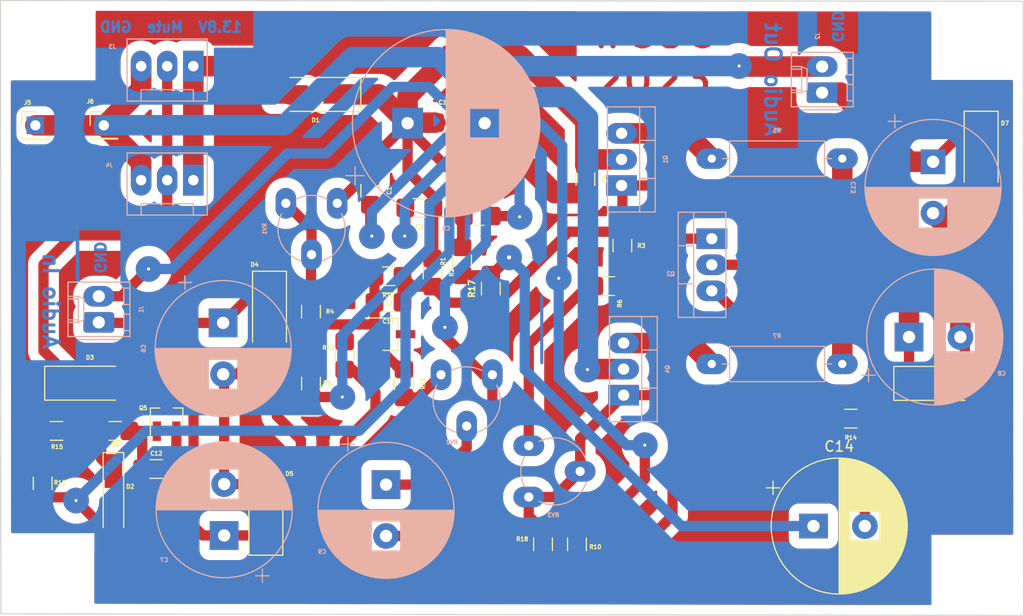
<source format=kicad_pcb>
(kicad_pcb (version 20211014) (generator pcbnew)
  (layers (0 "F.Cu" signal) (31 "B.Cu" signal) (34 "B.Paste" user) (35 "F.Paste" user) (36 "B.SilkS" user "B.Silkscreen") (37 "F.SilkS" user "F.Silkscreen") (38 "B.Mask" user) (39 "F.Mask" user) (44 "Edge.Cuts" user))
  (net 0 "")
  (net 1 "Net-(C1-Pad1)")
  (net 2 "GNDREF")
  (net 3 "Net-(C6-Pad2)")
  (net 4 "Net-(C6-Pad1)")
  (net 5 "Net-(C8-Pad1)")
  (net 6 "Net-(C9-Pad1)")
  (net 7 "/Mute_High")
  (net 8 "Net-(D2-Pad1)")
  (net 9 "/13.8V")
  (net 10 "Net-(Q1-Pad3)")
  (net 11 "Net-(Q2-Pad3)")
  (net 12 "Net-(Q2-Pad1)")
  (net 13 "Net-(Q3-Pad2)")
  (net 14 "Net-(R4-Pad1)")
  (net 15 "Net-(Q4-Pad3)")
  (net 16 "Net-(C11-Pad2)")
  (net 17 "Net-(C11-Pad1)")
  (net 18 "Net-(R13-Pad1)")
  (net 19 "Net-(C12-Pad1)")
  (net 20 "Net-(R16-Pad2)")
  (net 21 "Net-(C13-Pad2)")
  (net 22 "Net-(C13-Pad1)")
  (net 23 "Net-(R6-Pad2)")
  (net 24 "Net-(C14-Pad1)")
  (net 25 "Net-(R10-Pad2)")
  (footprint "WC8C:SMD_Combo_1206_0805" (layer "F.Cu") (at 116.284 74.9876 180)
    (fp_text reference "C11")
    (fp_text value "100p Optional Miller Cap")
  )
  (footprint "WC8C:SMD_Combo_1206_0805" (layer "F.Cu") (at 116.284 72.4476 180)
    (fp_text reference "R12")
    (fp_text value "Optional Feedback Resistor")
  )
  (footprint "WC8C:SMD_Combo_1206_0805" (layer "F.Cu") (at 112.0168 80.1692 90)
    (fp_text reference "R13")
    (fp_text value "Optional Feedback Resistor")
  )
  (footprint "WC8C:SMD_Combo_1206_0805" (layer "F.Cu") (at 161.2674 86.316 180)
    (fp_text reference "R14")
    (fp_text value "Optional Feedback Resistor")
  )
  (footprint "WC8C:SMD_Combo_1206_0805" (layer "F.Cu") (at 114.506 64.1164 -90)
    (fp_text reference "C1")
    (fp_text value ".1u")
  )
  (footprint "WC8C:SMD_Combo_1206_0805" (layer "F.Cu") (at 119.2812 65.7928 180)
    (fp_text reference "C2")
    (fp_text value ".1u")
  )
  (footprint "WC8C:SMD_Combo_1206_0805" (layer "F.Cu") (at 124.9708 66.5802)
    (fp_text reference "C3")
    (fp_text value ".1u")
  )
  (footprint "WC8C:SMD_Combo_1206_0805" (layer "F.Cu") (at 135.44 62.99 -90)
    (fp_text reference "C4")
    (fp_text value ".1u")
  )
  (footprint "Diode_SMD:D_SMA_Handsoldering" (layer "F.Cu") (at 109.19 54.74 180)
    (fp_text reference "D1")
    (fp_text value "SS34")
  )
  (footprint "Diode_SMD:D_MiniMELF_Handsoldering" (layer "F.Cu") (at 89.5124 94.1646 -90)
    (fp_text reference "D2")
    (fp_text value "6.2V")
  )
  (footprint "Package_TO_SOT_SMD:SOT-23_Handsoldering" (layer "F.Cu") (at 116.44 78.09)
    (fp_text reference "Q3")
    (fp_text value "MMBT3904")
  )
  (footprint "Package_TO_SOT_SMD:SOT-23_Handsoldering" (layer "F.Cu") (at 94.69 86.04 90)
    (fp_text reference "Q5")
    (fp_text value "AO3400A")
  )
  (footprint "WC8C:SMD_Combo_1206_0805" (layer "F.Cu") (at 123.44 70.99 90)
    (fp_text reference "R1")
    (fp_text value "4K7")
  )
  (footprint "WC8C:SMD_Combo_1206_0805" (layer "F.Cu") (at 120.5766 72.092 -90)
    (fp_text reference "R2")
    (fp_text value "1K")
  )
  (footprint "WC8C:SMD_Combo_1206_0805" (layer "F.Cu") (at 139.04 69.47 -90)
    (fp_text reference "R3")
    (fp_text value "10K")
  )
  (footprint "WC8C:SMD_Combo_1206_0805" (layer "F.Cu") (at 108.74 75.89 -90)
    (fp_text reference "R4")
    (fp_text value "4K7")
  )
  (footprint "WC8C:SMD_Combo_1206_0805" (layer "F.Cu") (at 108.74 82.89 -90)
    (fp_text reference "R8")
    (fp_text value "1K5")
  )
  (footprint "WC8C:SMD_Combo_1206_0805" (layer "F.Cu") (at 89.6902 87.5098 180)
    (fp_text reference "R9")
    (fp_text value "470R")
  )
  (footprint "WC8C:SMD_Combo_1206_0805" (layer "F.Cu") (at 134.62 98.552 -90)
    (fp_text reference "R10")
    (fp_text value "4K7")
  )
  (footprint "WC8C:SMD_Combo_1206_0805" (layer "F.Cu") (at 122.19 57.49)
    (fp_text reference "C10")
    (fp_text value "22u")
  )
  (footprint "WC8C:SMD_Combo_1206_0805" (layer "F.Cu") (at 93.678 91.2182)
    (fp_text reference "C12")
    (fp_text value "10u")
  )
  (footprint "Diode_SMD:D_SMA_Handsoldering" (layer "F.Cu") (at 87.2264 82.8616)
    (fp_text reference "D3")
    (fp_text value "SS14 Optional Un-Mute Speedup")
  )
  (footprint "WC8C:SMD_Combo_1206_0805" (layer "F.Cu") (at 83.9752 87.5098 180)
    (fp_text reference "R15")
    (fp_text value "3K3")
  )
  (footprint "WC8C:SMD_Combo_1206_0805" (layer "F.Cu") (at 117.7826 82.887 -90)
    (fp_text reference "R16")
    (fp_text value "0R")
  )
  (footprint "WC8C:SMD_Combo_1206_0805" (layer "F.Cu") (at 82.629 92.6152 -90)
    (fp_text reference "R11")
    (fp_text value "10K")
  )
  (footprint "Diode_SMD:D_SMA_Handsoldering" (layer "F.Cu") (at 104.7 76.36 -90)
    (fp_text reference "D4")
    (fp_text value "SS14")
  )
  (footprint "Diode_SMD:D_SMA_Handsoldering" (layer "F.Cu") (at 104.35 95.21 90)
    (fp_text reference "D5")
    (fp_text value "SS14")
  )
  (footprint "Diode_SMD:D_SMA_Handsoldering" (layer "F.Cu") (at 169.86 82.88)
    (fp_text reference "D6")
    (fp_text value "SS14")
  )
  (footprint "Diode_SMD:D_SMA_Handsoldering" (layer "F.Cu") (at 173.95 60.78 -90)
    (fp_text reference "D7")
    (fp_text value "SS14")
  )
  (footprint "WC8C:SMD_Combo_1206_0805" (layer "F.Cu") (at 137.668 73.406 180)
    (fp_text reference "R6")
    (fp_text value "0R")
  )
  (footprint "Connector_PinHeader_2.54mm:PinHeader_1x01_P2.54mm_Vertical" (layer "F.Cu") (at 81.92 57.75)
    (fp_text reference "J5")
    (fp_text value "GND TP")
  )
  (footprint "Connector_PinHeader_2.54mm:PinHeader_1x01_P2.54mm_Vertical" (layer "F.Cu") (at 88.58 57.75)
    (fp_text reference "J6")
    (fp_text value "GND TP")
  )
  (footprint "Capacitor_THT:CP_Radial_D13.0mm_P5.00mm" (layer "F.Cu") (at 157.63557 96.774)
    (fp_text reference "C14")
    (fp_text value "470u")
  )
  (footprint "WC8C:SMD_Combo_1206_0805" (layer "F.Cu") (at 126.238 73.66 90)
    (fp_text reference "R17")
    (fp_text value "4K7")
  )
  (footprint "WC8C:SMD_Combo_1206_0805" (layer "F.Cu") (at 131.318 98.552 90)
    (fp_text reference "R18")
    (fp_text value "4K7")
  )
  (footprint "Capacitor_THT:CP_Radial_D18.0mm_P7.50mm" (layer "B.Cu") (at 118.14 57.54)
    (fp_text reference "C5")
    (fp_text value "1000u")
  )
  (footprint "Capacitor_THT:CP_Radial_D13.0mm_P5.00mm" (layer "B.Cu") (at 100.19 76.99 -90)
    (fp_text reference "C6")
    (fp_text value "330u")
  )
  (footprint "Capacitor_THT:CP_Radial_D13.0mm_P5.00mm" (layer "B.Cu") (at 100.29 97.69 90)
    (fp_text reference "C7")
    (fp_text value "330u")
  )
  (footprint "Capacitor_THT:CP_Radial_D13.0mm_P5.00mm" (layer "B.Cu") (at 166.9316 78.3658)
    (fp_text reference "C8")
    (fp_text value "1000u")
  )
  (footprint "Capacitor_THT:CP_Radial_D13.0mm_P5.00mm" (layer "B.Cu") (at 116.04 92.74 -90)
    (fp_text reference "C9")
    (fp_text value "330u")
  )
  (footprint "Connector_Molex:Molex_KK-254_AE-6410-02A_1x02_P2.54mm_Vertical" (layer "B.Cu") (at 88.09 76.94 90)
    (fp_text reference "J1")
    (fp_text value "Audio In")
  )
  (footprint "Connector:FanPinHeader_1x03_P2.54mm_Vertical" (layer "B.Cu") (at 97.29 51.99 180)
    (fp_text reference "J3")
    (fp_text value "Power & Mute")
  )
  (footprint "Connector:FanPinHeader_1x03_P2.54mm_Vertical" (layer "B.Cu") (at 97.29 63.09 180)
    (fp_text reference "J4")
    (fp_text value "Power & Mute")
  )
  (footprint "Package_TO_SOT_THT:TO-220-3_Vertical" (layer "B.Cu") (at 138.96 63.61 90)
    (fp_text reference "Q1")
    (fp_text value "TIP120")
  )
  (footprint "Package_TO_SOT_THT:TO-220-3_Vertical" (layer "B.Cu") (at 147.74 68.79 -90)
    (fp_text reference "Q2")
    (fp_text value "TIP120")
  )
  (footprint "Package_TO_SOT_THT:TO-220-3_Vertical" (layer "B.Cu") (at 139.16 84.03 90)
    (fp_text reference "Q4")
    (fp_text value "TIP125")
  )
  (footprint "Resistor_THT:R_Axial_DIN0309_L9.0mm_D3.2mm_P12.70mm_Horizontal" (layer "B.Cu") (at 160.44 60.99 180)
    (fp_text reference "R5")
    (fp_text value "0R62")
  )
  (footprint "Resistor_THT:R_Axial_DIN0309_L9.0mm_D3.2mm_P12.70mm_Horizontal" (layer "B.Cu") (at 160.44 80.99 180)
    (fp_text reference "R7")
    (fp_text value "0R62")
  )
  (footprint "Potentiometer_THT:Potentiometer_Piher_PT-6-V_Vertical" (layer "B.Cu") (at 111.29 65.34 -90)
    (fp_text reference "RV1")
    (fp_text value "20K")
  )
  (footprint "Potentiometer_THT:Potentiometer_Piher_PT-6-V_Vertical" (layer "B.Cu") (at 126.39 82.04 -90)
    (fp_text reference "RV2")
    (fp_text value "100R")
  )
  (footprint "Potentiometer_THT:Potentiometer_Piher_PT-6-V_Vertical" (layer "B.Cu") (at 129.93 88.95)
    (fp_text reference "RV3")
    (fp_text value "20K")
  )
  (footprint "Connector_Molex:Molex_KK-254_AE-6410-02A_1x02_P2.54mm_Vertical" (layer "B.Cu") (at 158.4734 54.566 90)
    (fp_text reference "J2")
    (fp_text value "Audio Out")
  )
  (footprint "Capacitor_THT:CP_Radial_D13.0mm_P5.00mm" (layer "B.Cu") (at 169.2684 61.297 -90)
    (fp_text reference "C13")
    (fp_text value "1000u")
  )
  (gr_poly (pts (xy 178.07585 105.4762) (xy 78.565 105.3238) (xy 78.5269 45.5942) (xy 178.03775 45.6674)) (layer "Edge.Cuts") (width 0.1) (fill none))
  (gr_text "WC8C\n2023" (at 141.986 51.054) (layer "F.Cu") (effects (font (size 3 3) (thickness 0.5))))
  (gr_text "GND" (at 159.972 48.1144 -90) (layer "B.Cu") (effects (font (size 1 1) (thickness 0.25)) (justify mirror)))
  (gr_text "Audio In" (at 83.4164 74.8352 -90) (layer "B.Cu") (effects (font (size 1.5 1.5) (thickness 0.3)) (justify mirror)))
  (gr_text "GND" (at 88.1916 70.6188 -90) (layer "B.Cu") (effects (font (size 1 1) (thickness 0.25)) (justify mirror)))
  (gr_text "Audio Out" (at 153.6728 53.296 270) (layer "B.Cu") (effects (font (size 1.5 1.5) (thickness 0.3)) (justify mirror)))
  (gr_text "13.8V  Mute  GND" (at 95.1004 48.1906) (layer "B.Cu") (effects (font (size 1 1) (thickness 0.25)) (justify mirror)))
  (segment (start 111.69 54.74) (end 115.34 54.74) (width 2) (layer "F.Cu") (net 1))
  (segment (start 135.44 57.339) (end 129.0602 50.9592) (width 2) (layer "F.Cu") (net 1))
  (segment (start 114.506 61.174) (end 118.14 57.54) (width 1) (layer "F.Cu") (net 1))
  (segment (start 118.14 62.2132) (end 118.14 57.54) (width 1) (layer "F.Cu") (net 1))
  (segment (start 120.6437 64.7169) (end 118.14 62.2132) (width 1) (layer "F.Cu") (net 1))
  (segment (start 120.6437 70.6624) (end 120.5766 70.7295) (width 1) (layer "F.Cu") (net 1))
  (segment (start 118.14 54.9452) (end 118.14 57.54) (width 2) (layer "F.Cu") (net 1))
  (segment (start 120.8275 57.49) (end 118.19 57.49) (width 2) (layer "F.Cu") (net 1))
  (segment (start 125.281089 50.9592) (end 125.230289 50.9084) (width 2) (layer "F.Cu") (net 1))
  (segment (start 111.29 65.34) (end 111.6025 65.34) (width 1) (layer "F.Cu") (net 1))
  (segment (start 120.6437 65.7928) (end 120.6437 64.7169) (width 1) (layer "F.Cu") (net 1))
  (segment (start 118.19 57.49) (end 118.14 57.54) (width 2) (layer "F.Cu") (net 1))
  (segment (start 138.96 61.07) (end 135.9975 61.07) (width 2) (layer "F.Cu") (net 1))
  (segment (start 114.506 62.7539) (end 113.8761 62.7539) (width 1) (layer "F.Cu") (net 1))
  (segment (start 122.1768 50.9084) (end 118.14 54.9452) (width 2) (layer "F.Cu") (net 1))
  (segment (start 123.6083 66.5802) (end 123.6083 63.4651) (width 1) (layer "F.Cu") (net 1))
  (segment (start 123.44 66.7485) (end 123.6083 66.5802) (width 1) (layer "F.Cu") (net 1))
  (segment (start 115.34 54.74) (end 118.14 57.54) (width 2) (layer "F.Cu") (net 1))
  (segment (start 118.14 57.9968) (end 118.14 57.54) (width 1) (layer "F.Cu") (net 1))
  (segment (start 125.230289 50.9084) (end 122.1768 50.9084) (width 2) (layer "F.Cu") (net 1))
  (segment (start 123.6083 63.4651) (end 118.14 57.9968) (width 1) (layer "F.Cu") (net 1))
  (segment (start 118.14 57.54) (end 118.14 57.29) (width 2) (layer "F.Cu") (net 1))
  (segment (start 120.6437 65.7928) (end 120.6437 70.6624) (width 1) (layer "F.Cu") (net 1))
  (segment (start 135.9975 61.07) (end 135.44 61.6275) (width 2) (layer "F.Cu") (net 1))
  (segment (start 118.14 58.4286) (end 118.14 57.54) (width 1) (layer "F.Cu") (net 1))
  (segment (start 135.44 61.6275) (end 135.44 57.339) (width 2) (layer "F.Cu") (net 1))
  (segment (start 113.8761 62.7539) (end 111.29 65.34) (width 1) (layer "F.Cu") (net 1))
  (segment (start 118.0366 57.6434) (end 118.14 57.54) (width 1) (layer "F.Cu") (net 1))
  (segment (start 114.506 62.7539) (end 114.506 61.174) (width 1) (layer "F.Cu") (net 1))
  (segment (start 123.44 69.6275) (end 123.44 66.7485) (width 1) (layer "F.Cu") (net 1))
  (segment (start 129.0602 50.9592) (end 125.281089 50.9592) (width 2) (layer "F.Cu") (net 1))
  (segment (start 136.2365 97.1895) (end 134.62 97.1895) (width 1) (layer "F.Cu") (net 2))
  (segment (start 90.7756 96.9146) (end 89.5124 96.9146) (width 1) (layer "F.Cu") (net 2))
  (segment (start 88.58 57.75) (end 81.92 57.75) (width 2) (layer "F.Cu") (net 2))
  (segment (start 114.506 65.4789) (end 114.506 68.3836) (width 1) (layer "F.Cu") (net 2))
  (segment (start 90.28 74.4) (end 92.94 71.74) (width 1) (layer "F.Cu") (net 2))
  (segment (start 95.64 90.6187) (end 95.0405 91.2182) (width 1) (layer "F.Cu") (net 2))
  (segment (start 95.0405 92.6497) (end 90.7756 96.9146) (width 1) (layer "F.Cu") (net 2))
  (segment (start 88.09 74.4) (end 90.28 74.4) (width 1) (layer "F.Cu") (net 2))
  (segment (start 139.16 81.49) (end 135.69 81.49) (width 2) (layer "F.Cu") (net 2))
  (segment (start 108.7847 84.2078) (end 108.74 84.2525) (width 1) (layer "F.Cu") (net 2))
  (segment (start 95.0405 91.2182) (end 95.0405 92.6497) (width 1) (layer "F.Cu") (net 2))
  (segment (start 117.9187 68.4761) (end 117.8588 68.536) (width 1) (layer "F.Cu") (net 2))
  (segment (start 88.68 57.75) (end 92.21 54.22) (width 2) (layer "F.Cu") (net 2))
  (segment (start 123.5525 57.49) (end 125.59 57.49) (width 2) (layer "F.Cu") (net 2))
  (segment (start 88.58 57.75) (end 88.68 57.75) (width 2) (layer "F.Cu") (net 2))
  (segment (start 114.506 68.3836) (end 114.6584 68.536) (width 1) (layer "F.Cu") (net 2))
  (segment (start 128.9586 66.5802) (end 129.0348 66.6564) (width 1) (layer "F.Cu") (net 2))
  (segment (start 158.4734 52.026) (end 150.447 52.026) (width 2) (layer "F.Cu") (net 2))
  (segment (start 132.4525 64.3525) (end 132.34 64.24) (width 2) (layer "F.Cu") (net 2))
  (segment (start 92.09 61.26) (end 88.58 57.75) (width 2) (layer "F.Cu") (net 2))
  (segment (start 88.5032 96.9146) (end 85.8802 94.2916) (width 1) (layer "F.Cu") (net 2))
  (segment (start 121.7704 78.2896) (end 121.7704 77.426) (width 1) (layer "F.Cu") (net 2))
  (segment (start 92.21 61.26) (end 92.09 61.26) (width 2) (layer "F.Cu") (net 2))
  (segment (start 126.39 82.04) (end 126.39 95.0568) (width 1) (layer "F.Cu") (net 2))
  (segment (start 82.9429 94.2916) (end 82.629 93.9777) (width 1) (layer "F.Cu") (net 2))
  (segment (start 126.39 95.0568) (end 123.7068 97.74) (width 1) (layer "F.Cu") (net 2))
  (segment (start 117.9187 65.7928) (end 117.9187 68.4761) (width 1) (layer "F.Cu") (net 2))
  (segment (start 125.59 57.49) (end 125.64 57.54) (width 2) (layer "F.Cu") (net 2))
  (segment (start 135.44 64.3525) (end 132.4525 64.3525) (width 2) (layer "F.Cu") (net 2))
  (segment (start 126.3333 66.5802) (end 128.9586 66.5802) (width 1) (layer "F.Cu") (net 2))
  (segment (start 132.34 64.24) (end 125.64 57.54) (width 2) (layer "F.Cu") (net 2))
  (segment (start 95.64 87.54) (end 95.64 90.6187) (width 1) (layer "F.Cu") (net 2))
  (segment (start 89.5124 96.9146) (end 88.5032 96.9146) (width 1) (layer "F.Cu") (net 2))
  (segment (start 92.21 51.99) (end 92.21 54.22) (width 2) (layer "F.Cu") (net 2))
  (segment (start 85.5663 93.9777) (end 85.8802 94.2916) (width 1) (layer "F.Cu") (net 2))
  (segment (start 150.447 52.026) (end 150.3962 51.9752) (width 2) (layer "F.Cu") (net 2))
  (segment (start 126.39 82.04) (end 125.5208 82.04) (width 1) (layer "F.Cu") (net 2))
  (segment (start 92.21 63.09) (end 92.21 61.26) (width 2) (layer "F.Cu") (net 2))
  (segment (start 125.5208 82.04) (end 121.7704 78.2896) (width 1) (layer "F.Cu") (net 2))
  (segment (start 123.7068 97.74) (end 116.04 97.74) (width 1) (layer "F.Cu") (net 2))
  (segment (start 82.629 93.9777) (end 85.5663 93.9777) (width 1) (layer "F.Cu") (net 2))
  (segment (start 141.224 88.9) (end 141.224 92.202) (width 1) (layer "F.Cu") (net 2))
  (segment (start 141.224 92.202) (end 136.2365 97.1895) (width 1) (layer "F.Cu") (net 2))
  (segment (start 111.7882 84.2078) (end 108.7847 84.2078) (width 1) (layer "F.Cu") (net 2))
  (via (at 117.8588 68.536) (size 2.5) (drill 0.3) (layers "F.Cu" "B.Cu") (net 2))
  (via (at 121.7704 77.426) (size 2.5) (drill 0.3) (layers "F.Cu" "B.Cu") (net 2))
  (via (at 85.8802 94.2916) (size 2.5) (drill 0.3) (layers "F.Cu" "B.Cu") (net 2))
  (via (at 132.842 72.644) (size 2.5) (drill 0.3) (layers "F.Cu" "B.Cu") (net 2))
  (via (at 92.94 71.74) (size 2.5) (drill 0.3) (layers "F.Cu" "B.Cu") (net 2))
  (via (at 141.224 88.9) (size 2.5) (drill 0.3) (layers "F.Cu" "B.Cu") (net 2))
  (via (at 114.6584 68.536) (size 2.5) (drill 0.3) (layers "F.Cu" "B.Cu") (net 2))
  (via (at 150.3962 51.9752) (size 2.5) (drill 0.3) (layers "F.Cu" "B.Cu") (net 2))
  (via (at 111.7882 84.2078) (size 2.5) (drill 0.3) (layers "F.Cu" "B.Cu") (net 2))
  (via (at 129.0348 66.6564) (size 2.5) (drill 0.3) (layers "F.Cu" "B.Cu") (net 2))
  (via (at 135.636 81.534) (size 2.5) (drill 0.3) (layers "F.Cu" "B.Cu") (net 2))
  (segment (start 125.0956 57.54) (end 125.64 57.54) (width 1) (layer "B.Cu") (net 2))
  (segment (start 114.6584 68.536) (end 114.6584 66.1484) (width 1) (layer "B.Cu") (net 2))
  (segment (start 135.69 56.99) (end 133.69 54.99) (width 2) (layer "B.Cu") (net 2))
  (segment (start 150.3962 51.9752) (end 146.4548 51.9752) (width 2) (layer "B.Cu") (net 2))
  (segment (start 133.69 54.99) (end 128.19 54.99) (width 2) (layer "B.Cu") (net 2))
  (segment (start 125.64 62.609) (end 125.64 57.54) (width 1) (layer "B.Cu") (net 2))
  (segment (start 120.2718 69.7044) (end 120.2718 65.488) (width 1) (layer "B.Cu") (net 2))
  (segment (start 95.19 71.74) (end 106.44 60.49) (width 1) (layer "B.Cu") (net 2))
  (segment (start 146.44 51.99) (end 127.94 51.99) (width 2) (layer "B.Cu") (net 2))
  (segment (start 128.19 54.99) (end 125.64 57.54) (width 2) (layer "B.Cu") (net 2))
  (segment (start 122.2022 66.0468) (end 125.64 62.609) (width 1) (layer "B.Cu") (net 2))
  (segment (start 125.64 60.1198) (end 125.64 57.54) (width 1) (layer "B.Cu") (net 2))
  (segment (start 106.1504 57.74) (end 88.59 57.74) (width 2) (layer "B.Cu") (net 2))
  (segment (start 150.447 52.026) (end 150.3962 51.9752) (width 2) (layer "B.Cu") (net 2))
  (segment (start 133.19 59.74) (end 133.19 72.296) (width 1) (layer "B.Cu") (net 2))
  (segment (start 113.44 87.49) (end 117.94 82.99) (width 1) (layer "B.Cu") (net 2))
  (segment (start 114.6584 68.536) (end 114.6584 67.9772) (width 1) (layer "B.Cu") (net 2))
  (segment (start 125.7582 69.2472) (end 125.7582 65.361) (width 1) (layer "B.Cu") (net 2))
  (segment (start 120.221 54.0072) (end 123.7538 57.54) (width 1) (layer "B.Cu") (net 2))
  (segment (start 125.0326 58.1474) (end 125.64 57.54) (width 1) (layer "B.Cu") (net 2))
  (segment (start 121.7704 77.426) (end 121.7704 73.235) (width 1) (layer "B.Cu") (net 2))
  (segment (start 92.6818 87.49) (end 113.44 87.49) (width 1) (layer "B.Cu") (net 2))
  (segment (start 106.44 60.49) (end 110.2076 60.49) (width 1) (layer "B.Cu") (net 2))
  (segment (start 127.4092 61.4494) (end 125.64 59.6802) (width 1) (layer "B.Cu") (net 2))
  (segment (start 132.842 72.644) (end 133.19 72.296) (width 1) (layer "B.Cu") (net 2))
  (segment (start 125.64 57.54) (end 127.19 59.09) (width 1) (layer "B.Cu") (net 2))
  (segment (start 125.64 59.54) (end 125.64 57.54) (width 1) (layer "B.Cu") (net 2))
  (segment (start 120.2718 65.488) (end 125.64 60.1198) (width 1) (layer "B.Cu") (net 2))
  (segment (start 146.4548 51.9752) (end 146.44 51.99) (width 2) (layer "B.Cu") (net 2))
  (segment (start 125.64 54.29) (end 125.64 57.54) (width 2) (layer "B.Cu") (net 2))
  (segment (start 127.94 51.99) (end 125.64 54.29) (width 2) (layer "B.Cu") (net 2))
  (segment (start 106.1504 57.74) (end 112.7788 51.1116) (width 2) (layer "B.Cu") (net 2))
  (segment (start 123.7538 57.54) (end 125.64 57.54) (width 1) (layer "B.Cu") (net 2))
  (segment (start 125.64 57.5798) (end 117.8588 65.361) (width 1) (layer "B.Cu") (net 2))
  (segment (start 117.8588 65.361) (end 117.8588 68.536) (width 1) (layer "B.Cu") (net 2))
  (segment (start 129.0348 59.7222) (end 126.8526 57.54) (width 1) (layer "B.Cu") (net 2))
  (segment (start 110.2076 60.49) (end 116.6904 54.0072) (width 1) (layer "B.Cu") (net 2))
  (segment (start 125.69 57.49) (end 125.64 57.54) (width 1) (layer "B.Cu") (net 2))
  (segment (start 127.4092 63.71) (end 127.4092 61.4494) (width 1) (layer "B.Cu") (net 2))
  (segment (start 135.69 81.49) (end 135.69 56.99) (width 2) (layer "B.Cu") (net 2))
  (segment (start 85.8802 94.2916) (end 92.6818 87.49) (width 1) (layer "B.Cu") (net 2))
  (segment (start 117.94 82.99) (end 117.94 74.4238) (width 1) (layer "B.Cu") (net 2))
  (segment (start 130.99 57.54) (end 133.19 59.74) (width 1) (layer "B.Cu") (net 2))
  (segment (start 123.2668 57.54) (end 125.64 57.54) (width 1) (layer "B.Cu") (net 2))
  (segment (start 122.2022 70.1616) (end 122.2022 66.0468) (width 1) (layer "B.Cu") (net 2))
  (segment (start 114.6584 66.1484) (end 123.2668 57.54) (width 1) (layer "B.Cu") (net 2))
  (segment (start 126.44 58.34) (end 125.64 57.54) (width 1) (layer "B.Cu") (net 2))
  (segment (start 124.94 58.24) (end 125.64 57.54) (width 1) (layer "B.Cu") (net 2))
  (segment (start 124.64 57.54) (end 125.64 57.54) (width 1) (layer "B.Cu") (net 2))
  (segment (start 123.777 59.403) (end 125.64 57.54) (width 1) (layer "B.Cu") (net 2))
  (segment (start 139.446 88.9) (end 132.842 82.296) (width 1) (layer "B.Cu") (net 2))
  (segment (start 127.2822 59.1822) (end 125.64 57.54) (width 1) (layer "B.Cu") (net 2))
  (segment (start 125.64 57.54) (end 130.99 57.54) (width 1) (layer "B.Cu") (net 2))
  (segment (start 88.59 57.74) (end 88.58 57.75) (width 2) (layer "B.Cu") (net 2))
  (segment (start 124.19 58.99) (end 125.64 57.54) (width 1) (layer "B.Cu") (net 2))
  (segment (start 126.8526 57.54) (end 125.64 57.54) (width 1) (layer "B.Cu") (net 2))
  (segment (start 117.94 74.4238) (end 122.2022 70.1616) (width 1) (layer "B.Cu") (net 2))
  (segment (start 111.7882 78.188) (end 120.2718 69.7044) (width 1) (layer "B.Cu") (net 2))
  (segment (start 125.64 59.6802) (end 125.64 57.54) (width 1) (layer "B.Cu") (net 2))
  (segment (start 121.11 51.1116) (end 125.64 55.6416) (width 2) (layer "B.Cu") (net 2))
  (segment (start 125.64 57.54) (end 125.64 57.5798) (width 1) (layer "B.Cu") (net 2))
  (segment (start 125.7582 65.361) (end 127.4092 63.71) (width 1) (layer "B.Cu") (net 2))
  (segment (start 111.7882 84.2078) (end 111.7882 78.188) (width 1) (layer "B.Cu") (net 2))
  (segment (start 129.0348 66.6564) (end 129.0348 59.7222) (width 1) (layer "B.Cu") (net 2))
  (segment (start 121.7704 73.235) (end 125.7582 69.2472) (width 1) (layer "B.Cu") (net 2))
  (segment (start 132.842 82.296) (end 132.842 72.644) (width 1) (layer "B.Cu") (net 2))
  (segment (start 112.7788 51.1116) (end 121.11 51.1116) (width 2) (layer "B.Cu") (net 2))
  (segment (start 92.94 71.74) (end 95.19 71.74) (width 1) (layer "B.Cu") (net 2))
  (segment (start 124.14 57.54) (end 125.64 57.54) (width 1) (layer "B.Cu") (net 2))
  (segment (start 125.64 55.6416) (end 125.64 57.54) (width 2) (layer "B.Cu") (net 2))
  (segment (start 116.6904 54.0072) (end 120.221 54.0072) (width 1) (layer "B.Cu") (net 2))
  (segment (start 141.224 88.9) (end 139.446 88.9) (width 1) (layer "B.Cu") (net 2))
  (segment (start 104.33 92.69) (end 104.35 92.71) (width 1) (layer "F.Cu") (net 3))
  (segment (start 100.31 92.71) (end 100.29 92.69) (width 1) (layer "F.Cu") (net 3))
  (segment (start 100.29 92.69) (end 104.33 92.69) (width 1) (layer "F.Cu") (net 3))
  (segment (start 100.29 82.09) (end 100.19 81.99) (width 1) (layer "F.Cu") (net 3))
  (segment (start 100.19 81.99) (end 101.57 81.99) (width 1) (layer "F.Cu") (net 3))
  (segment (start 101.57 81.99) (end 104.7 78.86) (width 1) (layer "F.Cu") (net 3))
  (segment (start 100.29 92.69) (end 100.29 82.09) (width 1) (layer "F.Cu") (net 3))
  (segment (start 104.7 73.86) (end 103.32 73.86) (width 1) (layer "F.Cu") (net 4))
  (segment (start 100.19 76.99) (end 88.14 76.99) (width 1) (layer "F.Cu") (net 4))
  (segment (start 88.14 76.99) (end 88.09 76.94) (width 1) (layer "F.Cu") (net 4))
  (segment (start 103.32 73.86) (end 100.19 76.99) (width 1) (layer "F.Cu") (net 4))
  (segment (start 100.21 76.97) (end 100.19 76.99) (width 1) (layer "F.Cu") (net 4))
  (segment (start 165.41 72.25) (end 164.14 70.98) (width 2) (layer "F.Cu") (net 5))
  (segment (start 162.63557 86.32167) (end 162.63557 96.774) (width 1) (layer "F.Cu") (net 5))
  (segment (start 166.9316 78.3658) (end 166.9316 82.4516) (width 1) (layer "F.Cu") (net 5))
  (segment (start 160.44 70.99) (end 160.45 70.98) (width 2) (layer "F.Cu") (net 5))
  (segment (start 166.9316 78.3658) (end 166.9316 78.1118) (width 2) (layer "F.Cu") (net 5))
  (segment (start 165.41 72.85) (end 163.63 74.63) (width 1) (layer "F.Cu") (net 5))
  (segment (start 165.41 72.25) (end 165.41 72.85) (width 1) (layer "F.Cu") (net 5))
  (segment (start 164.14 70.98) (end 160.45 70.98) (width 2) (layer "F.Cu") (net 5))
  (segment (start 166.9316 73.7716) (end 165.41 72.25) (width 2) (layer "F.Cu") (net 5))
  (segment (start 166.9316 82.4516) (end 167.36 82.88) (width 1) (layer "F.Cu") (net 5))
  (segment (start 160.44 70.99) (end 160.44 60.99) (width 2) (layer "F.Cu") (net 5))
  (segment (start 163.63 85.3159) (end 162.6299 86.316) (width 1) (layer "F.Cu") (net 5))
  (segment (start 162.6299 86.316) (end 162.63557 86.32167) (width 1) (layer "F.Cu") (net 5))
  (segment (start 163.63 74.63) (end 163.63 85.3159) (width 1) (layer "F.Cu") (net 5))
  (segment (start 166.9316 78.3658) (end 166.9316 73.7716) (width 2) (layer "F.Cu") (net 5))
  (segment (start 160.44 80.99) (end 160.44 70.99) (width 2) (layer "F.Cu") (net 5))
  (segment (start 123.89 89.1748) (end 123.89 87.04) (width 1) (layer "F.Cu") (net 6))
  (segment (start 120.3248 92.74) (end 123.89 89.1748) (width 1) (layer "F.Cu") (net 6))
  (segment (start 116.04 92.74) (end 120.3248 92.74) (width 1) (layer "F.Cu") (net 6))
  (segment (start 82.629 91.2527) (end 82.629 87.5261) (width 1) (layer "F.Cu") (net 7))
  (segment (start 94.75 66.46) (end 94.75 63.09) (width 1) (layer "F.Cu") (net 7))
  (segment (start 84.7264 82.8616) (end 84.7264 81.7264) (width 1) (layer "F.Cu") (net 7))
  (segment (start 94.75 51.99) (end 94.75 63.09) (width 1) (layer "F.Cu") (net 7))
  (segment (start 82.629 87.5261) (end 82.6127 87.5098) (width 1) (layer "F.Cu") (net 7))
  (segment (start 92.74 68.47) (end 94.75 66.46) (width 1) (layer "F.Cu") (net 7))
  (segment (start 82.6127 84.9753) (end 84.7264 82.8616) (width 1) (layer "F.Cu") (net 7))
  (segment (start 82.71 71.31) (end 85.55 68.47) (width 1) (layer "F.Cu") (net 7))
  (segment (start 82.71 79.71) (end 82.71 71.31) (width 1) (layer "F.Cu") (net 7))
  (segment (start 84.7264 81.7264) (end 82.71 79.71) (width 1) (layer "F.Cu") (net 7))
  (segment (start 85.55 68.47) (end 92.74 68.47) (width 1) (layer "F.Cu") (net 7))
  (segment (start 82.6127 87.5098) (end 82.6127 84.9753) (width 1) (layer "F.Cu") (net 7))
  (segment (start 88.3277 90.2299) (end 89.5124 91.4146) (width 1) (layer "F.Cu") (net 8))
  (segment (start 88.3277 87.5098) (end 88.3277 90.2299) (width 1) (layer "F.Cu") (net 8))
  (segment (start 88.3277 84.2603) (end 89.7264 82.8616) (width 1) (layer "F.Cu") (net 8))
  (segment (start 85.3377 87.5098) (end 88.3277 87.5098) (width 1) (layer "F.Cu") (net 8))
  (segment (start 88.3277 87.5098) (end 88.3277 84.2603) (width 1) (layer "F.Cu") (net 8))
  (segment (start 97.29 63.09) (end 97.29 51.99) (width 2) (layer "F.Cu") (net 9))
  (segment (start 103.94 51.99) (end 106.69 54.74) (width 2) (layer "F.Cu") (net 9))
  (segment (start 97.29 51.99) (end 103.94 51.99) (width 2) (layer "F.Cu") (net 9))
  (segment (start 138.96 58.53) (end 145.28 58.53) (width 2) (layer "F.Cu") (net 10))
  (segment (start 145.28 58.53) (end 147.74 60.99) (width 2) (layer "F.Cu") (net 10))
  (segment (start 129.93 93.95) (end 132.43 93.95) (width 1) (layer "F.Cu") (net 11))
  (segment (start 147.74 73.87) (end 148.0086 73.87) (width 1) (layer "F.Cu") (net 11))
  (segment (start 134.93 88.26) (end 139.16 84.03) (width 1) (layer "F.Cu") (net 11))
  (segment (start 130 94.02) (end 129.93 93.95) (width 1) (layer "F.Cu") (net 11))
  (segment (start 129.93 95.8015) (end 131.318 97.1895) (width 1) (layer "F.Cu") (net 11))
  (segment (start 151.6662 77.5276) (end 151.6662 82.125) (width 1) (layer "F.Cu") (net 11))
  (segment (start 129.93 93.95) (end 129.93 95.8015) (width 1) (layer "F.Cu") (net 11))
  (segment (start 151.6662 82.125) (end 149.7612 84.03) (width 1) (layer "F.Cu") (net 11))
  (segment (start 134.93 91.45) (end 134.93 88.26) (width 1) (layer "F.Cu") (net 11))
  (segment (start 132.43 93.95) (end 134.93 91.45) (width 1) (layer "F.Cu") (net 11))
  (segment (start 149.7612 84.03) (end 139.16 84.03) (width 1) (layer "F.Cu") (net 11))
  (segment (start 148.0086 73.87) (end 151.6662 77.5276) (width 1) (layer "F.Cu") (net 11))
  (segment (start 142.1375 70.8325) (end 144.18 68.79) (width 1) (layer "F.Cu") (net 12))
  (segment (start 139.04 70.8325) (end 139.04 73.3965) (width 1) (layer "F.Cu") (net 12))
  (segment (start 144.18 68.79) (end 147.74 68.79) (width 1) (layer "F.Cu") (net 12))
  (segment (start 139.04 73.3965) (end 139.0305 73.406) (width 1) (layer "F.Cu") (net 12))
  (segment (start 139.04 70.8325) (end 142.1375 70.8325) (width 1) (layer "F.Cu") (net 12))
  (segment (start 117.4245 81.5245) (end 114.94 79.04) (width 1) (layer "F.Cu") (net 13))
  (segment (start 117.7826 81.5245) (end 117.4245 81.5245) (width 1) (layer "F.Cu") (net 13))
  (segment (start 106.29 65.34) (end 108.79 67.84) (width 1) (layer "F.Cu") (net 14))
  (segment (start 108.79 67.84) (end 108.79 70.34) (width 1) (layer "F.Cu") (net 14))
  (segment (start 108.74 74.5275) (end 108.74 70.39) (width 1) (layer "F.Cu") (net 14))
  (segment (start 108.74 70.39) (end 108.79 70.34) (width 1) (layer "F.Cu") (net 14))
  (segment (start 145.7 78.95) (end 147.74 80.99) (width 2) (layer "F.Cu") (net 15))
  (segment (start 139.16 78.95) (end 145.7 78.95) (width 2) (layer "F.Cu") (net 15))
  (segment (start 105.42 86.06) (end 105.42 83.28) (width 1) (layer "F.Cu") (net 16))
  (segment (start 114.9215 77.1215) (end 114.94 77.14) (width 1) (layer "F.Cu") (net 16))
  (segment (start 97.3102 85.0206) (end 97.3102 96.7808) (width 1) (layer "F.Cu") (net 16))
  (segment (start 107.1725 81.5275) (end 108.74 81.5275) (width 1) (layer "F.Cu") (net 16))
  (segment (start 108.8525 77.14) (end 108.74 77.2525) (width 1) (layer "F.Cu") (net 16))
  (segment (start 96.8296 84.54) (end 97.3102 85.0206) (width 1) (layer "F.Cu") (net 16))
  (segment (start 105.97 97.71) (end 107.76 95.92) (width 1) (layer "F.Cu") (net 16))
  (segment (start 94.69 84.54) (end 96.8296 84.54) (width 1) (layer "F.Cu") (net 16))
  (segment (start 112.0168 78.8067) (end 112.0168 77.5276) (width 1) (layer "F.Cu") (net 16))
  (segment (start 107.76 88.4) (end 105.42 86.06) (width 1) (layer "F.Cu") (net 16))
  (segment (start 114.9215 72.4476) (end 114.9215 74.9876) (width 1) (layer "F.Cu") (net 16))
  (segment (start 100.29 97.69) (end 104.33 97.69) (width 1) (layer "F.Cu") (net 16))
  (segment (start 114.9215 74.9876) (end 114.9215 77.1215) (width 1) (layer "F.Cu") (net 16))
  (segment (start 104.33 97.69) (end 104.35 97.71) (width 1) (layer "F.Cu") (net 16))
  (segment (start 98.2194 97.69) (end 100.29 97.69) (width 1) (layer "F.Cu") (net 16))
  (segment (start 112.0168 77.5276) (end 112.4044 77.14) (width 1) (layer "F.Cu") (net 16))
  (segment (start 105.42 83.28) (end 107.1725 81.5275) (width 1) (layer "F.Cu") (net 16))
  (segment (start 114.94 77.14) (end 112.4044 77.14) (width 1) (layer "F.Cu") (net 16))
  (segment (start 108.74 81.5275) (end 108.74 77.2525) (width 1) (layer "F.Cu") (net 16))
  (segment (start 107.76 95.92) (end 107.76 88.4) (width 1) (layer "F.Cu") (net 16))
  (segment (start 97.3102 96.7808) (end 98.2194 97.69) (width 1) (layer "F.Cu") (net 16))
  (segment (start 104.35 97.71) (end 105.97 97.71) (width 1) (layer "F.Cu") (net 16))
  (segment (start 112.4044 77.14) (end 108.8525 77.14) (width 1) (layer "F.Cu") (net 16))
  (segment (start 139.04 63.69) (end 138.96 63.61) (width 1) (layer "F.Cu") (net 17))
  (segment (start 133.8225 68.1075) (end 139.04 68.1075) (width 1) (layer "F.Cu") (net 17))
  (segment (start 147.8832 63.61) (end 138.96 63.61) (width 1) (layer "F.Cu") (net 17))
  (segment (start 126.9075 75.0225) (end 133.8225 68.1075) (width 1) (layer "F.Cu") (net 17))
  (segment (start 126.238 75.0225) (end 126.9075 75.0225) (width 1) (layer "F.Cu") (net 17))
  (segment (start 122.1446 75.0225) (end 120.5766 73.4545) (width 1) (layer "F.Cu") (net 17))
  (segment (start 117.94 75.2811) (end 117.6465 74.9876) (width 1) (layer "F.Cu") (net 17))
  (segment (start 120.5766 73.4545) (end 118.6534 73.4545) (width 1) (layer "F.Cu") (net 17))
  (segment (start 118.6534 73.4545) (end 117.6465 72.4476) (width 1) (layer "F.Cu") (net 17))
  (segment (start 126.238 75.0225) (end 122.1446 75.0225) (width 1) (layer "F.Cu") (net 17))
  (segment (start 139.04 68.1075) (end 139.04 63.69) (width 1) (layer "F.Cu") (net 17))
  (segment (start 151.6916 70.441) (end 151.6916 67.4184) (width 1) (layer "F.Cu") (net 17))
  (segment (start 117.94 78.09) (end 117.94 75.2811) (width 1) (layer "F.Cu") (net 17))
  (segment (start 151.6916 67.4184) (end 147.8832 63.61) (width 1) (layer "F.Cu") (net 17))
  (segment (start 150.8026 71.33) (end 151.6916 70.441) (width 1) (layer "F.Cu") (net 17))
  (segment (start 147.74 71.33) (end 150.8026 71.33) (width 1) (layer "F.Cu") (net 17))
  (segment (start 117.6465 72.4476) (end 117.6465 74.9876) (width 1) (layer "F.Cu") (net 17))
  (segment (start 117.7416 72.3525) (end 117.6465 72.4476) (width 1) (layer "F.Cu") (net 17))
  (segment (start 148.7198 86.316) (end 159.9049 86.316) (width 1) (layer "F.Cu") (net 18))
  (segment (start 115.6744 103.461) (end 136.1976 103.461) (width 1) (layer "F.Cu") (net 18))
  (segment (start 112.0422 99.8288) (end 115.6744 103.461) (width 1) (layer "F.Cu") (net 18))
  (segment (start 115.014 83.776) (end 115.014 85.554) (width 1) (layer "F.Cu") (net 18))
  (segment (start 115.014 85.554) (end 112.0422 88.5258) (width 1) (layer "F.Cu") (net 18))
  (segment (start 112.0422 88.5258) (end 112.0422 99.8288) (width 1) (layer "F.Cu") (net 18))
  (segment (start 112.7697 81.5317) (end 115.014 83.776) (width 1) (layer "F.Cu") (net 18))
  (segment (start 143.9192 91.1166) (end 148.7198 86.316) (width 1) (layer "F.Cu") (net 18))
  (segment (start 136.1976 103.461) (end 143.9192 95.7394) (width 1) (layer "F.Cu") (net 18))
  (segment (start 143.9192 95.7394) (end 143.9192 91.1166) (width 1) (layer "F.Cu") (net 18))
  (segment (start 112.0168 81.5317) (end 112.7697 81.5317) (width 1) (layer "F.Cu") (net 18))
  (segment (start 92.3155 91.2182) (end 92.3155 87.7547) (width 1) (layer "F.Cu") (net 19))
  (segment (start 92.5604 87.5098) (end 93.7098 87.5098) (width 1) (layer "F.Cu") (net 19))
  (segment (start 91.0527 87.5098) (end 92.5604 87.5098) (width 1) (layer "F.Cu") (net 19))
  (segment (start 93.7098 87.5098) (end 93.74 87.54) (width 1) (layer "F.Cu") (net 19))
  (segment (start 92.3155 87.7547) (end 92.5604 87.5098) (width 1) (layer "F.Cu") (net 19))
  (segment (start 119.1805 84.2495) (end 121.39 82.04) (width 1) (layer "F.Cu") (net 20))
  (segment (start 117.7826 84.2495) (end 119.1805 84.2495) (width 1) (layer "F.Cu") (net 20))
  (segment (start 173.54 63.28) (end 170.523 66.297) (width 1) (layer "F.Cu") (net 21))
  (segment (start 172.36 82.88) (end 172.36 78.7942) (width 1) (layer "F.Cu") (net 21))
  (segment (start 172.36 78.7942) (end 171.9316 78.3658) (width 1) (layer "F.Cu") (net 21))
  (segment (start 173.95 63.28) (end 173.54 63.28) (width 1) (layer "F.Cu") (net 21))
  (segment (start 170.523 66.297) (end 169.2684 66.297) (width 1) (layer "F.Cu") (net 21))
  (segment (start 171.9316 68.9602) (end 169.2684 66.297) (width 2) (layer "F.Cu") (net 21))
  (segment (start 171.9316 78.3658) (end 171.9316 68.9602) (width 2) (layer "F.Cu") (net 21))
  (segment (start 169.2684 61.297) (end 167.0078 61.297) (width 2) (layer "F.Cu") (net 22))
  (segment (start 173.95 58.28) (end 172.2854 58.28) (width 1) (layer "F.Cu") (net 22))
  (segment (start 172.2854 58.28) (end 169.2684 61.297) (width 1) (layer "F.Cu") (net 22))
  (segment (start 167.0078 61.297) (end 160.2768 54.566) (width 2) (layer "F.Cu") (net 22))
  (segment (start 160.2768 54.566) (end 158.4734 54.566) (width 2) (layer "F.Cu") (net 22))
  (segment (start 129.93 79.112) (end 129.93 88.95) (width 1) (layer "F.Cu") (net 23))
  (segment (start 135.636 73.406) (end 129.93 79.112) (width 1) (layer "F.Cu") (net 23))
  (segment (start 136.3055 73.406) (end 135.636 73.406) (width 1) (layer "F.Cu") (net 23))
  (segment (start 126.238 72.2975) (end 126.3305 72.2975) (width 1) (layer "F.Cu") (net 24))
  (segment (start 126.183 72.3525) (end 126.238 72.2975) (width 1) (layer "F.Cu") (net 24))
  (segment (start 123.44 72.3525) (end 126.183 72.3525) (width 1) (layer "F.Cu") (net 24))
  (segment (start 126.3305 72.2975) (end 128.016 70.612) (width 1) (layer "F.Cu") (net 24))
  (via (at 128.016 70.612) (size 2.5) (drill 0.4) (layers "F.Cu" "B.Cu") (net 24))
  (segment (start 128.016 70.612) (end 129.54 72.136) (width 1) (layer "B.Cu") (net 24))
  (segment (start 129.54 72.136) (end 129.54 81.534) (width 1) (layer "B.Cu") (net 24))
  (segment (start 144.78 96.774) (end 156.434785 96.774) (width 1) (layer "B.Cu") (net 24))
  (segment (start 129.54 81.534) (end 144.78 96.774) (width 1) (layer "B.Cu") (net 24))
  (segment (start 131.318 99.9145) (end 134.62 99.9145) (width 1) (layer "F.Cu") (net 25))
  (zone (net 0) (net_name "") (layer "F.Cu") (connect_pads (clearance 1)) (min_thickness 0.254) (fill yes (thermal_gap 0.508) (thermal_bridge_width 0.508))
    (polygon (pts (xy 177.70755 105.205242) (xy 79.0984 105.323883) (xy 79.0857 45.8538) (xy 177.69485 45.735159)))
  )
  (zone (net 0) (net_name "") (layers F&B.Cu) (connect_pads (clearance 0)) (min_thickness 0.254)
    (keepout (tracks not_allowed) (vias not_allowed) (pads allowed) (copperpour not_allowed) (footprints allowed))
    (fill (thermal_gap 0.508) (thermal_bridge_width 0.508))
    (polygon (pts (xy 177.8536 105.2136) (xy 169.116 105.2136) (xy 169.116 97.619) (xy 177.8536 97.619)))
  )
  (zone (net 0) (net_name "") (layers F&B.Cu) (connect_pads (clearance 0)) (min_thickness 0.254)
    (keepout (tracks not_allowed) (vias not_allowed) (pads allowed) (copperpour not_allowed) (footprints allowed))
    (fill (thermal_gap 0.508) (thermal_bridge_width 0.508))
    (polygon (pts (xy 87.6582 105.0612) (xy 78.9206 105.0612) (xy 78.9206 97.4666) (xy 87.6582 97.4666)))
  )
  (zone (net 0) (net_name "") (layers F&B.Cu) (connect_pads (clearance 0)) (min_thickness 0.254)
    (keepout (tracks not_allowed) (vias not_allowed) (pads allowed) (copperpour not_allowed) (footprints allowed))
    (fill (thermal_gap 0.508) (thermal_bridge_width 0.508))
    (polygon (pts (xy 87.7852 53.3722) (xy 79.0476 53.3722) (xy 79.0476 45.7776) (xy 87.7852 45.7776)))
  )
  (zone (net 0) (net_name "") (layers F&B.Cu) (connect_pads (clearance 0)) (min_thickness 0.254)
    (keepout (tracks not_allowed) (vias not_allowed) (pads allowed) (copperpour not_allowed) (footprints allowed))
    (fill (thermal_gap 0.508) (thermal_bridge_width 0.508))
    (polygon (pts (xy 177.8282 53.336221) (xy 169.0906 53.336221) (xy 169.0906 45.741621) (xy 177.8282 45.741621)))
  )
  (zone (net 0) (net_name "") (layer "B.Cu") (connect_pads (clearance 1)) (min_thickness 0.254) (fill yes (thermal_gap 0.508) (thermal_bridge_width 0.508))
    (polygon (pts (xy 177.7012 105.2136) (xy 78.8952 105.0612) (xy 79.0476 45.803) (xy 177.7012 45.7268)))
  )
)
</source>
